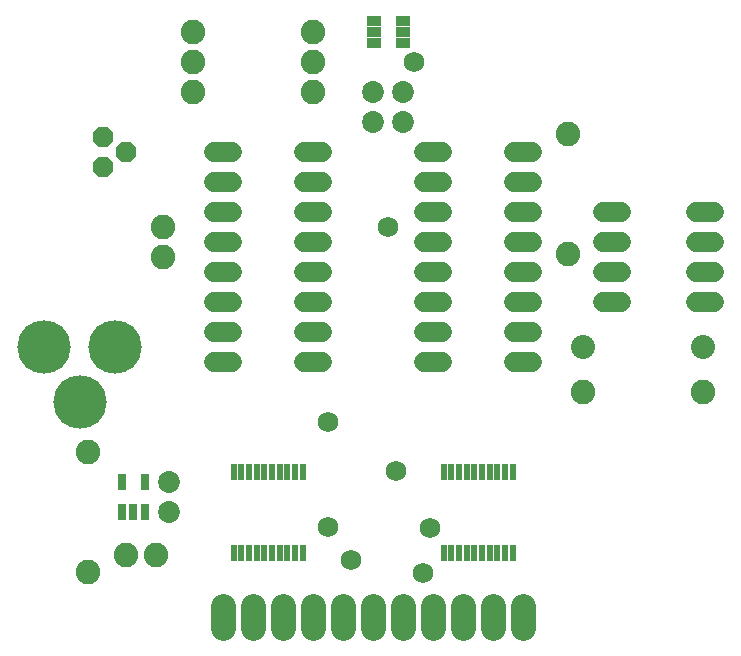
<source format=gts>
G75*
G70*
%OFA0B0*%
%FSLAX24Y24*%
%IPPOS*%
%LPD*%
%AMOC8*
5,1,8,0,0,1.08239X$1,22.5*
%
%ADD10R,0.0237X0.0552*%
%ADD11C,0.0680*%
%ADD12C,0.0820*%
%ADD13C,0.0800*%
%ADD14R,0.0297X0.0552*%
%ADD15OC8,0.0680*%
%ADD16R,0.0474X0.0356*%
%ADD17C,0.0730*%
%ADD18C,0.1780*%
%ADD19C,0.0820*%
%ADD20C,0.0675*%
%ADD21C,0.0680*%
D10*
X009840Y006303D03*
X010096Y006303D03*
X010352Y006303D03*
X010608Y006303D03*
X010864Y006303D03*
X011120Y006303D03*
X011376Y006303D03*
X011632Y006303D03*
X011888Y006303D03*
X012143Y006303D03*
X012143Y009000D03*
X011888Y009000D03*
X011632Y009000D03*
X011376Y009000D03*
X011120Y009000D03*
X010864Y009000D03*
X010608Y009000D03*
X010352Y009000D03*
X010096Y009000D03*
X009840Y009000D03*
X016840Y009000D03*
X017096Y009000D03*
X017352Y009000D03*
X017608Y009000D03*
X017864Y009000D03*
X018120Y009000D03*
X018376Y009000D03*
X018632Y009000D03*
X018888Y009000D03*
X019143Y009000D03*
X019143Y006303D03*
X018888Y006303D03*
X018632Y006303D03*
X018376Y006303D03*
X018120Y006303D03*
X017864Y006303D03*
X017608Y006303D03*
X017352Y006303D03*
X017096Y006303D03*
X016840Y006303D03*
D11*
X016802Y012661D02*
X016202Y012661D01*
X016202Y013661D02*
X016802Y013661D01*
X016802Y014661D02*
X016202Y014661D01*
X016202Y015661D02*
X016802Y015661D01*
X016802Y016661D02*
X016202Y016661D01*
X016202Y017661D02*
X016802Y017661D01*
X016802Y018661D02*
X016202Y018661D01*
X016202Y019661D02*
X016802Y019661D01*
X019202Y019661D02*
X019802Y019661D01*
X019802Y018661D02*
X019202Y018661D01*
X019202Y017661D02*
X019802Y017661D01*
X019802Y016661D02*
X019202Y016661D01*
X019202Y015661D02*
X019802Y015661D01*
X019802Y014661D02*
X019202Y014661D01*
X019202Y013661D02*
X019802Y013661D01*
X019802Y012661D02*
X019202Y012661D01*
X012802Y012661D02*
X012202Y012661D01*
X012202Y013661D02*
X012802Y013661D01*
X012802Y014661D02*
X012202Y014661D01*
X012202Y015661D02*
X012802Y015661D01*
X012802Y016661D02*
X012202Y016661D01*
X012202Y017661D02*
X012802Y017661D01*
X012802Y018661D02*
X012202Y018661D01*
X012202Y019661D02*
X012802Y019661D01*
X009802Y019661D02*
X009202Y019661D01*
X009202Y018661D02*
X009802Y018661D01*
X009802Y017661D02*
X009202Y017661D01*
X009202Y016661D02*
X009802Y016661D01*
X009802Y015661D02*
X009202Y015661D01*
X009202Y014661D02*
X009802Y014661D01*
X009802Y013661D02*
X009202Y013661D01*
X009202Y012661D02*
X009802Y012661D01*
D12*
X005002Y005661D03*
X006252Y006211D03*
X007252Y006211D03*
X005002Y009661D03*
X007502Y016161D03*
X007502Y017161D03*
X008502Y021661D03*
X008502Y022661D03*
X008502Y023661D03*
X012502Y023661D03*
X012502Y022661D03*
X012502Y021661D03*
X021002Y020261D03*
X021002Y016261D03*
X021502Y011661D03*
X025502Y011661D03*
D13*
X025502Y013161D03*
X021502Y013161D03*
D14*
X006876Y008673D03*
X006128Y008673D03*
X006128Y007649D03*
X006502Y007649D03*
X006876Y007649D03*
D15*
X005502Y019161D03*
X006252Y019661D03*
X005502Y020161D03*
D16*
X014529Y023287D03*
X014529Y023661D03*
X014529Y024035D03*
X015474Y024035D03*
X015474Y023661D03*
X015474Y023287D03*
D17*
X015502Y021661D03*
X015502Y020661D03*
X014502Y020661D03*
X014502Y021661D03*
X007702Y008661D03*
X007702Y007661D03*
D18*
X004714Y011311D03*
X003533Y013161D03*
X005895Y013161D03*
D19*
X009502Y004531D02*
X009502Y003791D01*
X010502Y003791D02*
X010502Y004531D01*
X011502Y004531D02*
X011502Y003791D01*
X012502Y003791D02*
X012502Y004531D01*
X013502Y004531D02*
X013502Y003791D01*
X014502Y003791D02*
X014502Y004531D01*
X015502Y004531D02*
X015502Y003791D01*
X016502Y003791D02*
X016502Y004531D01*
X017502Y004531D02*
X017502Y003791D01*
X018502Y003791D02*
X018502Y004531D01*
X019502Y004531D02*
X019502Y003791D01*
D20*
X022154Y014661D02*
X022749Y014661D01*
X022749Y015661D02*
X022154Y015661D01*
X022154Y016661D02*
X022749Y016661D01*
X022749Y017661D02*
X022154Y017661D01*
X025254Y017661D02*
X025849Y017661D01*
X025849Y016661D02*
X025254Y016661D01*
X025254Y015661D02*
X025849Y015661D01*
X025849Y014661D02*
X025254Y014661D01*
D21*
X016402Y007111D03*
X016152Y005611D03*
X013752Y006061D03*
X013002Y007161D03*
X015252Y009011D03*
X013002Y010661D03*
X015002Y017161D03*
X015852Y022661D03*
M02*

</source>
